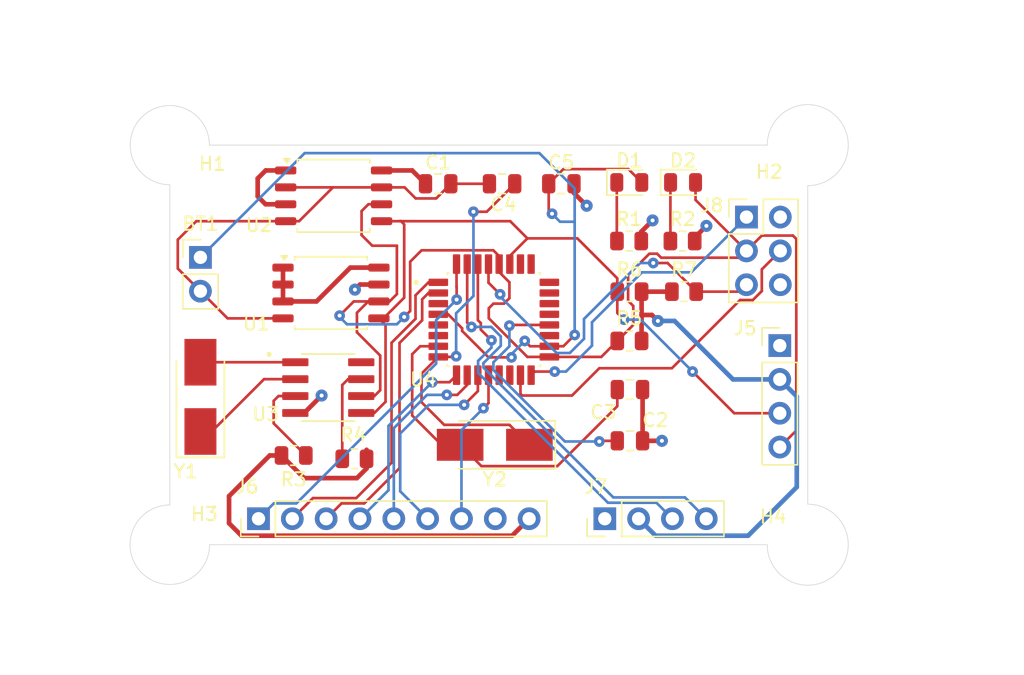
<source format=kicad_pcb>
(kicad_pcb (version 20240108) (generator "pcbnew") (generator_version "8.0")
  (title_block (title "${project_name}") (date "2024-08-12") (rev "1") (comment 1 "2-Layer PCB version"))
  (layers (0 "F.Cu" mixed) (31 "B.Cu" mixed) (34 "B.Paste" user) (35 "F.Paste" user) (36 "B.SilkS" user "B.Silkscreen") (37 "F.SilkS" user "F.Silkscreen") (38 "B.Mask" user) (39 "F.Mask" user) (44 "Edge.Cuts" user))
  (property "project_name" "MCU Datalogger with memory and clock")
  (net 0 "")
  (net 1 "Net-(BT1-+)")
  (net 2 "GND")
  (net 3 "/Vcc")
  (net 4 "Net-(U4-AREF)")
  (net 5 "Net-(U4-PB6)")
  (net 6 "Net-(U4-PB7)")
  (net 7 "Net-(D1-K)")
  (net 8 "/SCK")
  (net 9 "Net-(D2-K)")
  (net 10 "/SDA")
  (net 11 "/D2")
  (net 12 "/D7")
  (net 13 "/D8")
  (net 14 "/D6")
  (net 15 "/D3")
  (net 16 "/D4")
  (net 17 "/D5")
  (net 18 "/TX")
  (net 19 "/RX")
  (net 20 "/RESET")
  (net 21 "/MISO")
  (net 22 "/MOSI")
  (net 23 "Net-(U3-~{INTA})")
  (net 24 "Net-(U3-SQW{slash}~INT)")
  (net 25 "Net-(U3-X1)")
  (net 26 "Net-(U3-X2)")
  (footprint "Connector_PinHeader_2.54mm:PinHeader_1x04_P2.54mm_Vertical" (layer "F.Cu") (at 183.86 123.65 90)
    (property "Reference" "J7" (at 2.4 -0.66 180) (layer "F.SilkS"))
    (property "Value" "Conn_01x04_Pin")
    (pad "1" thru_hole rect (at 0 0 90) (size 1.7 1.7) (drill 1) (layers "*.Cu" "*.Mask") (net 2 "GND"))
    (pad "2" thru_hole oval (at 0 2.54 90) (size 1.7 1.7) (drill 1) (layers "*.Cu" "*.Mask") (net 3 "/Vcc"))
    (pad "3" thru_hole oval (at 0 5.08 90) (size 1.7 1.7) (drill 1) (layers "*.Cu" "*.Mask") (net 19 "/RX"))
    (pad "4" thru_hole oval (at 0 7.62 90) (size 1.7 1.7) (drill 1) (layers "*.Cu" "*.Mask") (net 18 "/TX"))
  )
  (footprint "Resistor_SMD:R_0805_2012Metric" (layer "F.Cu") (at 185.7125 110.3 180)
    (property "Reference" "R5" (at 0.0125 1.7 360) (layer "F.SilkS"))
    (property "Value" "4.7K")
    (pad "1" smd roundrect (at -0.9125 0 180) (size 1.025 1.4) (layers "F.Cu" "F.Paste" "F.Mask") (roundrect_rratio 0.243902) (net 3 "/Vcc"))
    (pad "2" smd roundrect (at 0.9125 0 180) (size 1.025 1.4) (layers "F.Cu" "F.Paste" "F.Mask") (roundrect_rratio 0.243902) (net 8 "/SCK"))
  )
  (footprint "Connector_PinHeader_2.54mm:PinHeader_1x09_P2.54mm_Vertical" (layer "F.Cu") (at 157.86 123.65 90)
    (property "Reference" "J6" (at 2.4 -0.86 180) (layer "F.SilkS"))
    (property "Value" "Conn_01x09_Pin")
    (pad "1" thru_hole rect (at 0 0 90) (size 1.7 1.7) (drill 1) (layers "*.Cu" "*.Mask") (net 11 "/D2"))
    (pad "2" thru_hole oval (at 0 2.54 90) (size 1.7 1.7) (drill 1) (layers "*.Cu" "*.Mask") (net 15 "/D3"))
    (pad "3" thru_hole oval (at 0 5.08 90) (size 1.7 1.7) (drill 1) (layers "*.Cu" "*.Mask") (net 16 "/D4"))
    (pad "4" thru_hole oval (at 0 7.62 90) (size 1.7 1.7) (drill 1) (layers "*.Cu" "*.Mask") (net 17 "/D5"))
    (pad "5" thru_hole oval (at 0 10.16 90) (size 1.7 1.7) (drill 1) (layers "*.Cu" "*.Mask") (net 14 "/D6"))
    (pad "6" thru_hole oval (at 0 12.7 90) (size 1.7 1.7) (drill 1) (layers "*.Cu" "*.Mask") (net 12 "/D7"))
    (pad "7" thru_hole oval (at 0 15.24 90) (size 1.7 1.7) (drill 1) (layers "*.Cu" "*.Mask") (net 13 "/D8"))
    (pad "8" thru_hole oval (at 0 17.78 90) (size 1.7 1.7) (drill 1) (layers "*.Cu" "*.Mask") (net 2 "GND"))
    (pad "9" thru_hole oval (at 0 20.32 90) (size 1.7 1.7) (drill 1) (layers "*.Cu" "*.Mask") (net 3 "/Vcc"))
  )
  (footprint "Package_SO:SOIC-8_5.23x5.23mm_P1.27mm" (layer "F.Cu") (at 163.3 106.7)
    (property "Reference" "U1" (at -5.6 2.295 0) (layer "F.SilkS"))
    (property "Value" "24LC1025")
    (pad "1" smd roundrect (at -3.6 -1.905) (size 1.6 0.6) (layers "F.Cu" "F.Paste" "F.Mask") (net 3 "/Vcc"))
    (pad "2" smd roundrect (at -3.6 -0.635) (size 1.6 0.6) (layers "F.Cu" "F.Paste" "F.Mask") (net 3 "/Vcc"))
    (pad "3" smd roundrect (at -3.6 0.635) (size 1.6 0.6) (layers "F.Cu" "F.Paste" "F.Mask") (net 3 "/Vcc"))
    (pad "4" smd roundrect (at -3.6 1.905) (size 1.6 0.6) (layers "F.Cu" "F.Paste" "F.Mask") (net 2 "GND"))
    (pad "5" smd roundrect (at 3.6 1.905) (size 1.6 0.6) (layers "F.Cu" "F.Paste" "F.Mask") (net 10 "/SDA"))
    (pad "6" smd roundrect (at 3.6 0.635) (size 1.6 0.6) (layers "F.Cu" "F.Paste" "F.Mask") (net 8 "/SCK"))
    (pad "7" smd roundrect (at 3.6 -0.635) (size 1.6 0.6) (layers "F.Cu" "F.Paste" "F.Mask") (net 2 "GND"))
    (pad "8" smd roundrect (at 3.6 -1.905) (size 1.6 0.6) (layers "F.Cu" "F.Paste" "F.Mask") (net 3 "/Vcc"))
  )
  (footprint "Connector_PinHeader_2.54mm:PinHeader_1x04_P2.54mm_Vertical" (layer "F.Cu") (at 197 110.65)
    (property "Reference" "J5" (at -2.6 -1.3 180) (layer "F.SilkS"))
    (property "Value" "Conn_01x04_Pin")
    (pad "1" thru_hole rect (at 0 0) (size 1.7 1.7) (drill 1) (layers "*.Cu" "*.Mask") (net 2 "GND"))
    (pad "2" thru_hole oval (at 0 2.54) (size 1.7 1.7) (drill 1) (layers "*.Cu" "*.Mask") (net 3 "/Vcc"))
    (pad "3" thru_hole oval (at 0 5.08) (size 1.7 1.7) (drill 1) (layers "*.Cu" "*.Mask") (net 10 "/SDA"))
    (pad "4" thru_hole oval (at 0 7.62) (size 1.7 1.7) (drill 1) (layers "*.Cu" "*.Mask") (net 8 "/SCK"))
  )
  (footprint "Capacitor_SMD:C_0805_2012Metric" (layer "F.Cu") (at 185.75 113.95 180)
    (property "Reference" "C3" (at 2 -1.7 180) (layer "F.SilkS"))
    (property "Value" "22pF")
    (pad "1" smd roundrect (at -0.95 0 180) (size 1 1.45) (layers "F.Cu" "F.Paste" "F.Mask") (net 2 "GND"))
    (pad "2" smd roundrect (at 0.95 0 180) (size 1 1.45) (layers "F.Cu" "F.Paste" "F.Mask") (net 5 "Net-(U4-PB6)"))
  )
  (footprint "Crystal:Crystal_SMD_5032-2Pin_5.0x3.2mm_HandSoldering" (layer "F.Cu") (at 175.6 118.1 180)
    (property "Reference" "Y2" (at 0 -2.6 360) (layer "F.SilkS"))
    (property "Value" "16MHz")
    (pad "1" smd rect (at -2.6 0 180) (size 3.5 2.4) (layers "F.Cu" "F.Paste" "F.Mask") (net 6 "Net-(U4-PB7)"))
    (pad "2" smd rect (at 2.6 0 180) (size 3.5 2.4) (layers "F.Cu" "F.Paste" "F.Mask") (net 5 "Net-(U4-PB6)"))
  )
  (footprint "Resistor_SMD:R_0805_2012Metric" (layer "F.Cu") (at 185.6875 102.8)
    (property "Reference" "R1" (at 0 -1.65 360) (layer "F.SilkS"))
    (property "Value" "330")
    (pad "1" smd roundrect (at -0.9125 0) (size 1.025 1.4) (layers "F.Cu" "F.Paste" "F.Mask") (roundrect_rratio 0.243902) (net 7 "Net-(D1-K)"))
    (pad "2" smd roundrect (at 0.9125 0) (size 1.025 1.4) (layers "F.Cu" "F.Paste" "F.Mask") (roundrect_rratio 0.243902) (net 2 "GND"))
  )
  (footprint "MountingHole:MountingHole_2.1mm" (layer "F.Cu") (at 151.2 125.6)
    (property "Reference" "H3" (at 2.6 -2.3 0) (layer "F.SilkS"))
    (property "Value" "MountingHole")
    (pad "" np_thru_hole circle (at 0 0) (size 2.1 2.1) (drill 2.1) (layers "*.Cu" "*.Mask"))
  )
  (footprint "Resistor_SMD:R_0805_2012Metric" (layer "F.Cu") (at 189.8125 106.6)
    (property "Reference" "R7" (at 0 -1.65 0) (layer "F.SilkS"))
    (property "Value" "10K")
    (pad "1" smd roundrect (at -0.9125 0) (size 1.025 1.4) (layers "F.Cu" "F.Paste" "F.Mask") (roundrect_rratio 0.243902) (net 3 "/Vcc"))
    (pad "2" smd roundrect (at 0.9125 0) (size 1.025 1.4) (layers "F.Cu" "F.Paste" "F.Mask") (roundrect_rratio 0.243902) (net 20 "/RESET"))
  )
  (footprint "MountingHole:MountingHole_2.1mm" (layer "F.Cu") (at 199.1 125.6)
    (property "Reference" "H4" (at -2.6 -2.1 0) (layer "F.SilkS"))
    (property "Value" "MountingHole")
    (pad "" np_thru_hole circle (at 0 0) (size 2.1 2.1) (drill 2.1) (layers "*.Cu" "*.Mask"))
  )
  (footprint "Footprints:SOIC127P600X175-8N" (layer "F.Cu") (at 163.1 113.805)
    (property "Reference" "U3" (at -4.7 1.995 0) (layer "F.SilkS"))
    (property "Value" "DS1337S_")
    (pad "1" smd roundrect (at -2.475 -1.905) (size 1.97 0.59) (layers "F.Cu" "F.Paste" "F.Mask") (roundrect_rratio 0.125) (net 25 "Net-(U3-X1)"))
    (pad "2" smd roundrect (at -2.475 -0.635) (size 1.97 0.59) (layers "F.Cu" "F.Paste" "F.Mask") (roundrect_rratio 0.125) (net 26 "Net-(U3-X2)"))
    (pad "3" smd roundrect (at -2.475 0.635) (size 1.97 0.59) (layers "F.Cu" "F.Paste" "F.Mask") (roundrect_rratio 0.125) (net 23 "Net-(U3-~{INTA})"))
    (pad "4" smd roundrect (at -2.475 1.905) (size 1.97 0.59) (layers "F.Cu" "F.Paste" "F.Mask") (roundrect_rratio 0.125) (net 2 "GND"))
    (pad "5" smd roundrect (at 2.475 1.905) (size 1.97 0.59) (layers "F.Cu" "F.Paste" "F.Mask") (roundrect_rratio 0.125) (net 10 "/SDA"))
    (pad "6" smd roundrect (at 2.475 0.635) (size 1.97 0.59) (layers "F.Cu" "F.Paste" "F.Mask") (roundrect_rratio 0.125) (net 8 "/SCK"))
    (pad "7" smd roundrect (at 2.475 -0.635) (size 1.97 0.59) (layers "F.Cu" "F.Paste" "F.Mask") (roundrect_rratio 0.125) (net 24 "Net-(U3-SQW{slash}~INT)"))
    (pad "8" smd roundrect (at 2.475 -1.905) (size 1.97 0.59) (layers "F.Cu" "F.Paste" "F.Mask") (roundrect_rratio 0.125) (net 3 "/Vcc"))
  )
  (footprint "Resistor_SMD:R_0805_2012Metric" (layer "F.Cu") (at 189.7 102.8 180)
    (property "Reference" "R2" (at 0 1.65 360) (layer "F.SilkS"))
    (property "Value" "330")
    (pad "1" smd roundrect (at -0.9125 0 180) (size 1.025 1.4) (layers "F.Cu" "F.Paste" "F.Mask") (roundrect_rratio 0.243902) (net 2 "GND"))
    (pad "2" smd roundrect (at 0.9125 0 180) (size 1.025 1.4) (layers "F.Cu" "F.Paste" "F.Mask") (roundrect_rratio 0.243902) (net 9 "Net-(D2-K)"))
  )
  (footprint "MountingHole:MountingHole_2.1mm" (layer "F.Cu") (at 151.2 95.6)
    (property "Reference" "H1" (at 3.2 1.4 0) (layer "F.SilkS"))
    (property "Value" "MountingHole")
    (pad "" np_thru_hole circle (at 0 0) (size 2.1 2.1) (drill 2.1) (layers "*.Cu" "*.Mask"))
  )
  (footprint "Capacitor_SMD:C_0805_2012Metric" (layer "F.Cu") (at 176.15 98.5)
    (property "Reference" "C4" (at 0.1 1.55 180) (layer "F.SilkS"))
    (property "Value" "22pF")
    (pad "1" smd roundrect (at -0.95 0) (size 1 1.45) (layers "F.Cu" "F.Paste" "F.Mask") (net 2 "GND"))
    (pad "2" smd roundrect (at 0.95 0) (size 1 1.45) (layers "F.Cu" "F.Paste" "F.Mask") (net 6 "Net-(U4-PB7)"))
  )
  (footprint "Connector_PinHeader_2.54mm:PinHeader_2x03_P2.54mm_Vertical" (layer "F.Cu") (at 194.5 101)
    (property "Reference" "J8" (at -2.6 -0.875 0) (layer "F.SilkS"))
    (property "Value" "Conn_02x03_Odd_Even")
    (pad "1" thru_hole rect (at 0 0) (size 1.7 1.7) (drill 1) (layers "*.Cu" "*.Mask") (net 21 "/MISO"))
    (pad "2" thru_hole oval (at 2.54 0) (size 1.7 1.7) (drill 1) (layers "*.Cu" "*.Mask") (net 3 "/Vcc"))
    (pad "3" thru_hole oval (at 0 2.54) (size 1.7 1.7) (drill 1) (layers "*.Cu" "*.Mask") (net 8 "/SCK"))
    (pad "4" thru_hole oval (at 2.54 2.54) (size 1.7 1.7) (drill 1) (layers "*.Cu" "*.Mask") (net 22 "/MOSI"))
    (pad "5" thru_hole oval (at 0 5.08) (size 1.7 1.7) (drill 1) (layers "*.Cu" "*.Mask") (net 20 "/RESET"))
    (pad "6" thru_hole oval (at 2.54 5.08) (size 1.7 1.7) (drill 1) (layers "*.Cu" "*.Mask") (net 2 "GND"))
  )
  (footprint "Capacitor_SMD:C_0805_2012Metric" (layer "F.Cu") (at 171.35 98.5)
    (property "Reference" "C1" (at 0 -1.6 360) (layer "F.SilkS"))
    (property "Value" "0.1uF")
    (pad "1" smd roundrect (at -0.95 0) (size 1 1.45) (layers "F.Cu" "F.Paste" "F.Mask") (net 3 "/Vcc"))
    (pad "2" smd roundrect (at 0.95 0) (size 1 1.45) (layers "F.Cu" "F.Paste" "F.Mask") (net 2 "GND"))
  )
  (footprint "LED_SMD:LED_0805_2012Metric" (layer "F.Cu") (at 189.7375 98.4)
    (property "Reference" "D2" (at 0 -1.65 0) (layer "F.SilkS"))
    (property "Value" "LED")
    (pad "1" smd roundrect (at -0.9375 0) (size 0.975 1.4) (layers "F.Cu" "F.Paste" "F.Mask") (net 9 "Net-(D2-K)"))
    (pad "2" smd roundrect (at 0.9375 0) (size 0.975 1.4) (layers "F.Cu" "F.Paste" "F.Mask") (net 8 "/SCK"))
  )
  (footprint "MountingHole:MountingHole_2.1mm" (layer "F.Cu") (at 199.1 95.6)
    (property "Reference" "H2" (at -2.9 2 0) (layer "F.SilkS"))
    (property "Value" "MountingHole")
    (pad "" np_thru_hole circle (at 0 0) (size 2.1 2.1) (drill 2.1) (layers "*.Cu" "*.Mask"))
  )
  (footprint "Resistor_SMD:R_0805_2012Metric" (layer "F.Cu") (at 160.5 118.9)
    (property "Reference" "R3" (at 0 1.8 0) (layer "F.SilkS"))
    (property "Value" "10K")
    (pad "1" smd roundrect (at -0.9125 0) (size 1.025 1.4) (layers "F.Cu" "F.Paste" "F.Mask") (roundrect_rratio 0.243902) (net 3 "/Vcc"))
    (pad "2" smd roundrect (at 0.9125 0) (size 1.025 1.4) (layers "F.Cu" "F.Paste" "F.Mask") (roundrect_rratio 0.243902) (net 23 "Net-(U3-~{INTA})"))
  )
  (footprint "Footprints:QFP80P900X900X120-32N" (layer "F.Cu") (at 175.53 108.7)
    (property "Reference" "U4" (at -5.3 4.5 0) (layer "F.SilkS"))
    (property "Value" "ATMEGA328P-AU")
    (pad "1" smd roundrect (at -4.17 -2.8) (size 1.47 0.55) (layers "F.Cu" "F.Paste" "F.Mask") (roundrect_rratio 0.125) (net 15 "/D3"))
    (pad "2" smd roundrect (at -4.17 -2) (size 1.47 0.55) (layers "F.Cu" "F.Paste" "F.Mask") (roundrect_rratio 0.125) (net 16 "/D4"))
    (pad "3" smd roundrect (at -4.17 -1.2) (size 1.47 0.55) (layers "F.Cu" "F.Paste" "F.Mask") (roundrect_rratio 0.125) (net 2 "GND"))
    (pad "4" smd roundrect (at -4.17 -0.4) (size 1.47 0.55) (layers "F.Cu" "F.Paste" "F.Mask") (roundrect_rratio 0.125) (net 1 "Net-(BT1-+)"))
    (pad "5" smd roundrect (at -4.17 0.4) (size 1.47 0.55) (layers "F.Cu" "F.Paste" "F.Mask") (roundrect_rratio 0.125) (net 2 "GND"))
    (pad "6" smd roundrect (at -4.17 1.2) (size 1.47 0.55) (layers "F.Cu" "F.Paste" "F.Mask") (roundrect_rratio 0.125))
    (pad "7" smd roundrect (at -4.17 2) (size 1.47 0.55) (layers "F.Cu" "F.Paste" "F.Mask") (roundrect_rratio 0.125) (net 5 "Net-(U4-PB6)"))
    (pad "8" smd roundrect (at -4.17 2.8) (size 1.47 0.55) (layers "F.Cu" "F.Paste" "F.Mask") (roundrect_rratio 0.125) (net 6 "Net-(U4-PB7)"))
    (pad "9" smd roundrect (at -2.8 4.17) (size 0.55 1.47) (layers "F.Cu" "F.Paste" "F.Mask") (roundrect_rratio 0.125) (net 17 "/D5"))
    (pad "10" smd roundrect (at -2 4.17) (size 0.55 1.47) (layers "F.Cu" "F.Paste" "F.Mask") (roundrect_rratio 0.125) (net 14 "/D6"))
    (pad "11" smd roundrect (at -1.2 4.17) (size 0.55 1.47) (layers "F.Cu" "F.Paste" "F.Mask") (roundrect_rratio 0.125) (net 12 "/D7"))
    (pad "12" smd roundrect (at -0.4 4.17) (size 0.55 1.47) (layers "F.Cu" "F.Paste" "F.Mask") (roundrect_rratio 0.125) (net 13 "/D8"))
    (pad "13" smd roundrect (at 0.4 4.17) (size 0.55 1.47) (layers "F.Cu" "F.Paste" "F.Mask") (roundrect_rratio 0.125))
    (pad "14" smd roundrect (at 1.2 4.17) (size 0.55 1.47) (layers "F.Cu" "F.Paste" "F.Mask") (roundrect_rratio 0.125))
    (pad "15" smd roundrect (at 2 4.17) (size 0.55 1.47) (layers "F.Cu" "F.Paste" "F.Mask") (roundrect_rratio 0.125) (net 22 "/MOSI"))
    (pad "16" smd roundrect (at 2.8 4.17) (size 0.55 1.47) (layers "F.Cu" "F.Paste" "F.Mask") (roundrect_rratio 0.125) (net 21 "/MISO"))
    (pad "17" smd roundrect (at 4.17 2.8) (size 1.47 0.55) (layers "F.Cu" "F.Paste" "F.Mask") (roundrect_rratio 0.125) (net 8 "/SCK"))
    (pad "18" smd roundrect (at 4.17 2) (size 1.47 0.55) (layers "F.Cu" "F.Paste" "F.Mask") (roundrect_rratio 0.125) (net 1 "Net-(BT1-+)"))
    (pad "19" smd roundrect (at 4.17 1.2) (size 1.47 0.55) (layers "F.Cu" "F.Paste" "F.Mask") (roundrect_rratio 0.125))
    (pad "20" smd roundrect (at 4.17 0.4) (size 1.47 0.55) (layers "F.Cu" "F.Paste" "F.Mask") (roundrect_rratio 0.125) (net 4 "Net-(U4-AREF)"))
    (pad "21" smd roundrect (at 4.17 -0.4) (size 1.47 0.55) (layers "F.Cu" "F.Paste" "F.Mask") (roundrect_rratio 0.125) (net 2 "GND"))
    (pad "22" smd roundrect (at 4.17 -1.2) (size 1.47 0.55) (layers "F.Cu" "F.Paste" "F.Mask") (roundrect_rratio 0.125))
    (pad "23" smd roundrect (at 4.17 -2) (size 1.47 0.55) (layers "F.Cu" "F.Paste" "F.Mask") (roundrect_rratio 0.125))
    (pad "24" smd roundrect (at 4.17 -2.8) (size 1.47 0.55) (layers "F.Cu" "F.Paste" "F.Mask") (roundrect_rratio 0.125))
    (pad "25" smd roundrect (at 2.8 -4.17) (size 0.55 1.47) (layers "F.Cu" "F.Paste" "F.Mask") (roundrect_rratio 0.125))
    (pad "26" smd roundrect (at 2 -4.17) (size 0.55 1.47) (layers "F.Cu" "F.Paste" "F.Mask") (roundrect_rratio 0.125))
    (pad "27" smd roundrect (at 1.2 -4.17) (size 0.55 1.47) (layers "F.Cu" "F.Paste" "F.Mask") (roundrect_rratio 0.125) (net 10 "/SDA"))
    (pad "28" smd roundrect (at 0.4 -4.17) (size 0.55 1.47) (layers "F.Cu" "F.Paste" "F.Mask") (roundrect_rratio 0.125) (net 8 "/SCK"))
    (pad "29" smd roundrect (at -0.4 -4.17) (size 0.55 1.47) (layers "F.Cu" "F.Paste" "F.Mask") (roundrect_rratio 0.125) (net 20 "/RESET"))
    (pad "30" smd roundrect (at -1.2 -4.17) (size 0.55 1.47) (layers "F.Cu" "F.Paste" "F.Mask") (roundrect_rratio 0.125) (net 19 "/RX"))
    (pad "31" smd roundrect (at -2 -4.17) (size 0.55 1.47) (layers "F.Cu" "F.Paste" "F.Mask") (roundrect_rratio 0.125) (net 18 "/TX"))
    (pad "32" smd roundrect (at -2.8 -4.17) (size 0.55 1.47) (layers "F.Cu" "F.Paste" "F.Mask") (roundrect_rratio 0.125) (net 11 "/D2"))
  )
  (footprint "LED_SMD:LED_0805_2012Metric" (layer "F.Cu") (at 185.7 98.4)
    (property "Reference" "D1" (at 0 -1.65 0) (layer "F.SilkS"))
    (property "Value" "LED")
    (pad "1" smd roundrect (at -0.9375 0) (size 0.975 1.4) (layers "F.Cu" "F.Paste" "F.Mask") (net 7 "Net-(D1-K)"))
    (pad "2" smd roundrect (at 0.9375 0) (size 0.975 1.4) (layers "F.Cu" "F.Paste" "F.Mask") (net 1 "Net-(BT1-+)"))
  )
  (footprint "Capacitor_SMD:C_0805_2012Metric" (layer "F.Cu") (at 185.75 117.8 180)
    (property "Reference" "C2" (at -1.9 1.55 360) (layer "F.SilkS"))
    (property "Value" "0.1uF")
    (pad "1" smd roundrect (at -0.95 0 180) (size 1 1.45) (layers "F.Cu" "F.Paste" "F.Mask") (net 2 "GND"))
    (pad "2" smd roundrect (at 0.95 0 180) (size 1 1.45) (layers "F.Cu" "F.Paste" "F.Mask") (net 4 "Net-(U4-AREF)"))
  )
  (footprint "Package_SO:SOIC-8_5.23x5.23mm_P1.27mm" (layer "F.Cu") (at 163.5 99.405)
    (property "Reference" "U2" (at -5.6 2.2 0) (layer "F.SilkS"))
    (property "Value" "24LC1025")
    (pad "1" smd roundrect (at -3.6 -1.905) (size 1.6 0.6) (layers "F.Cu" "F.Paste" "F.Mask") (net 3 "/Vcc"))
    (pad "2" smd roundrect (at -3.6 -0.635) (size 1.6 0.6) (layers "F.Cu" "F.Paste" "F.Mask") (net 2 "GND"))
    (pad "3" smd roundrect (at -3.6 0.635) (size 1.6 0.6) (layers "F.Cu" "F.Paste" "F.Mask") (net 3 "/Vcc"))
    (pad "4" smd roundrect (at -3.6 1.905) (size 1.6 0.6) (layers "F.Cu" "F.Paste" "F.Mask") (net 2 "GND"))
    (pad "5" smd roundrect (at 3.6 1.905) (size 1.6 0.6) (layers "F.Cu" "F.Paste" "F.Mask") (net 10 "/SDA"))
    (pad "6" smd roundrect (at 3.6 0.635) (size 1.6 0.6) (layers "F.Cu" "F.Paste" "F.Mask") (net 8 "/SCK"))
    (pad "7" smd roundrect (at 3.6 -0.635) (size 1.6 0.6) (layers "F.Cu" "F.Paste" "F.Mask") (net 2 "GND"))
    (pad "8" smd roundrect (at 3.6 -1.905) (size 1.6 0.6) (layers "F.Cu" "F.Paste" "F.Mask") (net 3 "/Vcc"))
  )
  (footprint "Connector_PinHeader_2.54mm:PinHeader_1x02_P2.54mm_Vertical" (layer "F.Cu") (at 153.5 104.025)
    (property "Reference" "BT1" (at 0 -2.525 360) (layer "F.SilkS"))
    (property "Value" "Battery")
    (pad "1" thru_hole rect (at 0 0) (size 1.7 1.7) (drill 1) (layers "*.Cu" "*.Mask") (net 1 "Net-(BT1-+)"))
    (pad "2" thru_hole oval (at 0 2.54) (size 1.7 1.7) (drill 1) (layers "*.Cu" "*.Mask") (net 2 "GND"))
  )
  (footprint "Resistor_SMD:R_0805_2012Metric" (layer "F.Cu") (at 165.0625 119.15 180)
    (property "Reference" "R4" (at 0.0875 1.8 360) (layer "F.SilkS"))
    (property "Value" "10K")
    (pad "1" smd roundrect (at -0.9125 0 180) (size 1.025 1.4) (layers "F.Cu" "F.Paste" "F.Mask") (roundrect_rratio 0.243902) (net 3 "/Vcc"))
    (pad "2" smd roundrect (at 0.9125 0 180) (size 1.025 1.4) (layers "F.Cu" "F.Paste" "F.Mask") (roundrect_rratio 0.243902) (net 24 "Net-(U3-SQW{slash}~INT)"))
  )
  (footprint "Resistor_SMD:R_0805_2012Metric" (layer "F.Cu") (at 185.7125 106.6 180)
    (property "Reference" "R6" (at 0 1.65 0) (layer "F.SilkS"))
    (property "Value" "4.7K")
    (pad "1" smd roundrect (at -0.9125 0 180) (size 1.025 1.4) (layers "F.Cu" "F.Paste" "F.Mask") (roundrect_rratio 0.243902) (net 3 "/Vcc"))
    (pad "2" smd roundrect (at 0.9125 0 180) (size 1.025 1.4) (layers "F.Cu" "F.Paste" "F.Mask") (roundrect_rratio 0.243902) (net 10 "/SDA"))
  )
  (footprint "Crystal:Crystal_SMD_5032-2Pin_5.0x3.2mm_HandSoldering" (layer "F.Cu") (at 153.5 114.5 90)
    (property "Reference" "Y1" (at -5.6 -1.1 180) (layer "F.SilkS"))
    (property "Value" "32.768 KHz")
    (pad "1" smd rect (at -2.6 0 90) (size 3.5 2.4) (layers "F.Cu" "F.Paste" "F.Mask") (net 26 "Net-(U3-X2)"))
    (pad "2" smd rect (at 2.6 0 90) (size 3.5 2.4) (layers "F.Cu" "F.Paste" "F.Mask") (net 25 "Net-(U3-X1)"))
  )
  (footprint "Capacitor_SMD:C_0805_2012Metric" (layer "F.Cu") (at 180.6 98.5)
    (property "Reference" "C5" (at 0 -1.6 0) (layer "F.SilkS"))
    (property "Value" "100nF")
    (pad "1" smd roundrect (at -0.95 0) (size 1 1.45) (layers "F.Cu" "F.Paste" "F.Mask") (net 1 "Net-(BT1-+)"))
    (pad "2" smd roundrect (at 0.95 0) (size 1 1.45) (layers "F.Cu" "F.Paste" "F.Mask") (net 2 "GND"))
  )
  (gr_line (start 154.183286 125.6) (end 196.058619 125.6) (stroke (width 0.05)) (layer "Edge.Cuts"))
  (gr_arc (start 154.183286 125.6) (mid 149.090498 127.709502) (end 151.2 122.616714) (stroke (width 0.05)) (layer "Edge.Cuts"))
  (gr_arc (start 199.1 122.558619) (mid 201.250581 127.750581) (end 196.058619 125.6) (stroke (width 0.05)) (layer "Edge.Cuts"))
  (gr_arc (start 196.058619 95.6) (mid 201.250581 93.449419) (end 199.1 98.641381) (stroke (width 0.05)) (layer "Edge.Cuts"))
  (gr_line (start 151.2 98.573213) (end 151.2 122.616714) (stroke (width 0.05)) (layer "Edge.Cuts"))
  (gr_arc (start 151.2 98.573213) (mid 149.097621 93.497621) (end 154.173213 95.6) (stroke (width 0.05)) (layer "Edge.Cuts"))
  (gr_line (start 199.1 122.558619) (end 199.1 98.641381) (stroke (width 0.05)) (layer "Edge.Cuts"))
  (gr_line (start 196.058619 95.6) (end 154.173213 95.6) (stroke (width 0.05)) (layer "Edge.Cuts"))
  (segment (start 179.65 98.5) (end 180.75 97.4) (width 0.2) (layer "F.Cu") (net 1))
  (segment (start 179.65 98.5) (end 179.65 100.5) (width 0.2) (layer "F.Cu") (net 1))
  (segment (start 175.135 111.535) (end 176.854949 111.535) (width 0.2) (layer "F.Cu") (net 1))
  (segment (start 172.095 108.3) (end 173.15 109.355) (width 0.2) (layer "F.Cu") (net 1))
  (segment (start 173.15 109.355) (end 173.15 109.55) (width 0.2) (layer "F.Cu") (net 1))
  (segment (start 185.6375 97.4) (end 186.6375 98.4) (width 0.2) (layer "F.Cu") (net 1))
  (segment (start 171.36 108.3) (end 172.095 108.3) (width 0.2) (layer "F.Cu") (net 1))
  (segment (start 178.25 110.7) (end 179.7 110.7) (width 0.2) (layer "F.Cu") (net 1))
  (segment (start 179.65 100.5) (end 179.9 100.75) (width 0.2) (layer "F.Cu") (net 1))
  (segment (start 180.75 110.7) (end 179.7 110.7) (width 0.2) (layer "F.Cu") (net 1))
  (segment (start 180.75 97.4) (end 185.6375 97.4) (width 0.2) (layer "F.Cu") (net 1))
  (segment (start 177.85 110.3) (end 178.25 110.7) (width 0.2) (layer "F.Cu") (net 1))
  (segment (start 173.15 109.55) (end 175.135 111.535) (width 0.2) (layer "F.Cu") (net 1))
  (segment (start 181.6 109.85) (end 180.75 110.7) (width 0.2) (layer "F.Cu") (net 1))
  (via (at 179.9 100.75) (size 0.8) (drill 0.3) (layers "F.Cu" "B.Cu") (net 1))
  (via (at 177.85 110.3) (size 0.8) (drill 0.3) (layers "F.Cu" "B.Cu") (net 1))
  (via (at 176.854949 111.535) (size 0.8) (drill 0.3) (layers "F.Cu" "B.Cu") (net 1))
  (via (at 181.6 109.85) (size 0.8) (drill 0.3) (layers "F.Cu" "B.Cu") (net 1))
  (segment (start 161.325 96.2) (end 178.95 96.2) (width 0.2) (layer "B.Cu") (net 1))
  (segment (start 179.9 100.75) (end 180.5 101.35) (width 0.2) (layer "B.Cu") (net 1))
  (segment (start 181.6 101.35) (end 181.6 109.85) (width 0.2) (layer "B.Cu") (net 1))
  (segment (start 180.5 101.35) (end 181.6 101.35) (width 0.2) (layer "B.Cu") (net 1))
  (segment (start 181.6 98.85) (end 181.6 101.35) (width 0.2) (layer "B.Cu") (net 1))
  (segment (start 176.854949 111.295051) (end 177.85 110.3) (width 0.2) (layer "B.Cu") (net 1))
  (segment (start 178.95 96.2) (end 181.6 98.85) (width 0.2) (layer "B.Cu") (net 1))
  (segment (start 176.854949 111.535) (end 176.854949 111.295051) (width 0.2) (layer "B.Cu") (net 1))
  (segment (start 153.5 104.025) (end 161.325 96.2) (width 0.2) (layer "B.Cu") (net 1))
  (segment (start 159.9 101.31) (end 153.19 101.31) (width 0.2) (layer "F.Cu") (net 2))
  (segment (start 165.485 106.065) (end 165.1 106.45) (width 0.35) (layer "F.Cu") (net 2))
  (segment (start 151.8 102.7) (end 151.8 104.865) (width 0.2) (layer "F.Cu") (net 2))
  (segment (start 197 106.12) (end 197.04 106.08) (width 0.35) (layer "F.Cu") (net 2))
  (segment (start 167.1 98.77) (end 163.45 98.77) (width 0.2) (layer "F.Cu") (net 2))
  (segment (start 186.6 102.1) (end 187.45 101.25) (width 0.35) (layer "F.Cu") (net 2))
  (segment (start 190.6125 102.5375) (end 191.489314 101.660686) (width 0.35) (layer "F.Cu") (net 2))
  (segment (start 186.6 102.8) (end 186.6 102.1) (width 0.35) (layer "F.Cu") (net 2))
  (segment (start 186.6 102.45) (end 186.6 102.8) (width 0.35) (layer "F.Cu") (net 2))
  (segment (start 155.54 108.605) (end 153.5 106.565) (width 0.2) (layer "F.Cu") (net 2))
  (segment (start 159.9 101.31) (end 160.91 101.31) (width 0.2) (layer "F.Cu") (net 2))
  (segment (start 163.45 98.77) (end 159.9 98.77) (width 0.2) (layer "F.Cu") (net 2))
  (segment (start 169.661262 99.6) (end 171.2 99.6) (width 0.2) (layer "F.Cu") (net 2))
  (segment (start 186.7 113.95) (end 186.7 117.8) (width 0.35) (layer "F.Cu") (net 2))
  (segment (start 160.91 101.31) (end 163.45 98.77) (width 0.2) (layer "F.Cu") (net 2))
  (segment (start 161.29 115.71) (end 160.625 115.71) (width 0.35) (layer "F.Cu") (net 2))
  (segment (start 162.6 114.4) (end 161.29 115.71) (width 0.35) (layer "F.Cu") (net 2))
  (segment (start 186.7 117.8) (end 188.15 117.8) (width 0.35) (layer "F.Cu") (net 2))
  (segment (start 171.2 99.6) (end 172.3 98.5) (width 0.2) (layer "F.Cu") (net 2))
  (segment (start 167.1 98.77) (end 168.831262 98.77) (width 0.2) (layer "F.Cu") (net 2))
  (segment (start 181.55 98.5) (end 181.55 99.2) (width 0.35) (layer "F.Cu") (net 2))
  (segment (start 168.831262 98.77) (end 169.661262 99.6) (width 0.2) (layer "F.Cu") (net 2))
  (segment (start 166.9 106.065) (end 165.485 106.065) (width 0.35) (layer "F.Cu") (net 2))
  (segment (start 153.19 101.31) (end 151.8 102.7) (width 0.2) (layer "F.Cu") (net 2))
  (segment (start 190.6125 102.8) (end 190.6125 102.5375) (width 0.35) (layer "F.Cu") (net 2))
  (segment (start 159.7 108.605) (end 155.54 108.605) (width 0.2) (layer "F.Cu") (net 2))
  (segment (start 181.55 99.2) (end 182.5 100.15) (width 0.35) (layer "F.Cu") (net 2))
  (segment (start 172.3 98.5) (end 175.2 98.5) (width 0.2) (layer "F.Cu") (net 2))
  (segment (start 151.8 104.865) (end 153.5 106.565) (width 0.2) (layer "F.Cu") (net 2))
  (via (at 182.5 100.15) (size 0.9) (drill 0.3) (layers "F.Cu" "B.Cu") (net 2))
  (via (at 165.1 106.45) (size 0.9) (drill 0.3) (layers "F.Cu" "B.Cu") (net 2))
  (via (at 162.6 114.4) (size 0.9) (drill 0.3) (layers "F.Cu" "B.Cu") (net 2))
  (via (at 188.15 117.8) (size 0.9) (drill 0.3) (layers "F.Cu" "B.Cu") (net 2))
  (via (at 187.45 101.25) (size 0.9) (drill 0.3) (layers "F.Cu" "B.Cu") (net 2))
  (via (at 191.489314 101.660686) (size 0.9) (drill 0.3) (layers "F.Cu" "B.Cu") (net 2))
  (segment (start 178.18 123.65) (end 176.905 124.925) (width 0.35) (layer "F.Cu") (net 3))
  (segment (start 186.625 108.35) (end 186.625 106.6) (width 0.35) (layer "F.Cu") (net 3))
  (segment (start 158.7 118.9) (end 159.5875 118.9) (width 0.35) (layer "F.Cu") (net 3))
  (segment (start 188.9 106.6) (end 186.625 106.6) (width 0.35) (layer "F.Cu") (net 3))
  (segment (start 167.1 97.5) (end 169.4 97.5) (width 0.35) (layer "F.Cu") (net 3))
  (segment (start 162.215 107.335) (end 164.755 104.795) (width 0.35) (layer "F.Cu") (net 3))
  (segment (start 159.7 107.335) (end 159.7 106.065) (width 0.35) (layer "F.Cu") (net 3))
  (segment (start 165.975 119.875) (end 165.975 119.15) (width 0.35) (layer "F.Cu") (net 3))
  (segment (start 162.8 120.6) (end 165.25 120.6) (width 0.35) (layer "F.Cu") (net 3))
  (segment (start 157.8 99.45) (end 158.39 100.04) (width 0.35) (layer "F.Cu") (net 3))
  (segment (start 158.4 97.5) (end 157.8 98.1) (width 0.35) (layer "F.Cu") (net 3))
  (segment (start 164.755 104.795) (end 166.9 104.795) (width 0.35) (layer "F.Cu") (net 3))
  (segment (start 165.25 120.6) (end 165.975 119.875) (width 0.35) (layer "F.Cu") (net 3))
  (segment (start 155.65 121.95) (end 158.7 118.9) (width 0.35) (layer "F.Cu") (net 3))
  (segment (start 159.7 106.065) (end 159.7 104.795) (width 0.35) (layer "F.Cu") (net 3))
  (segment (start 165.975 119.15) (end 165.975 118.475) (width 0.35) (layer "F.Cu") (net 3))
  (segment (start 157.8 98.1) (end 157.8 99.45) (width 0.35) (layer "F.Cu") (net 3))
  (segment (start 156.585 124.925) (end 155.65 123.99) (width 0.35) (layer "F.Cu") (net 3))
  (segment (start 161.2875 120.6) (end 162.8 120.6) (width 0.35) (layer "F.Cu") (net 3))
  (segment (start 186.625 108.35) (end 187.4 108.35) (width 0.35) (layer "F.Cu") (net 3))
  (segment (start 158.39 100.04) (end 159.9 100.04) (width 0.35) (layer "F.Cu") (net 3))
  (segment (start 176.905 124.925) (end 156.585 124.925) (width 0.35) (layer "F.Cu") (net 3))
  (segment (start 186.625 110.3) (end 186.625 108.35) (width 0.35) (layer "F.Cu") (net 3))
  (segment (start 159.9 97.5) (end 158.4 97.5) (width 0.35) (layer "F.Cu") (net 3))
  (segment (start 159.7 107.335) (end 162.215 107.335) (width 0.35) (layer "F.Cu") (net 3))
  (segment (start 187.4 108.35) (end 187.85 108.8) (width 0.35) (layer "F.Cu") (net 3))
  (segment (start 159.5875 118.9) (end 161.2875 120.6) (width 0.35) (layer "F.Cu") (net 3))
  (segment (start 169.4 97.5) (end 170.4 98.5) (width 0.35) (layer "F.Cu") (net 3))
  (segment (start 155.65 123.99) (end 155.65 121.95) (width 0.35) (layer "F.Cu") (net 3))
  (via (at 187.85 108.8) (size 0.9) (drill 0.3) (layers "F.Cu" "B.Cu") (net 3))
  (segment (start 196.86 113.19) (end 197 113.19) (width 0.35) (layer "B.Cu") (net 3))
  (segment (start 187.675 124.925) (end 194.625 124.925) (width 0.35) (layer "B.Cu") (net 3))
  (segment (start 187.85 108.8) (end 189.1 108.8) (width 0.35) (layer "B.Cu") (net 3))
  (segment (start 186.4 123.65) (end 187.675 124.925) (width 0.35) (layer "B.Cu") (net 3))
  (segment (start 194.625 124.925) (end 198.275 121.275) (width 0.35) (layer "B.Cu") (net 3))
  (segment (start 189.1 108.8) (end 193.49 113.19) (width 0.35) (layer "B.Cu") (net 3))
  (segment (start 193.49 113.19) (end 197 113.19) (width 0.35) (layer "B.Cu") (net 3))
  (segment (start 198.275 121.275) (end 198.275 114.465) (width 0.35) (layer "B.Cu") (net 3))
  (segment (start 198.275 114.465) (end 197 113.19) (width 0.35) (layer "B.Cu") (net 3))
  (segment (start 183.5 117.8) (end 183.45 117.85) (width 0.2) (layer "F.Cu") (net 4))
  (segment (start 176.75 109.1) (end 179.7 109.1) (width 0.2) (layer "F.Cu") (net 4))
  (segment (start 176.7 109.15) (end 176.75 109.1) (width 0.2) (layer "F.Cu") (net 4))
  (segment (start 184.8 117.8) (end 183.5 117.8) (width 0.2) (layer "F.Cu") (net 4))
  (via (at 183.45 117.85) (size 0.8) (drill 0.3) (layers "F.Cu" "B.Cu") (net 4))
  (via (at 176.7 109.15) (size 0.8) (drill 0.3) (layers "F.Cu" "B.Cu") (net 4))
  (segment (start 180.865686 117.85) (end 183.45 117.85) (width 0.2) (layer "B.Cu") (net 4))
  (segment (start 176.7 110.7) (end 175.5 111.9) (width 0.2) (layer "B.Cu") (net 4))
  (segment (start 175.5 112.484314) (end 180.865686 117.85) (width 0.2) (layer "B.Cu") (net 4))
  (segment (start 175.5 111.9) (end 175.5 112.484314) (width 0.2) (layer "B.Cu") (net 4))
  (segment (start 176.7 109.15) (end 176.7 110.7) (width 0.2) (layer "B.Cu") (net 4))
  (segment (start 169.4 115.9) (end 169.4 111.3) (width 0.2) (layer "F.Cu") (net 5))
  (segment (start 170 110.7) (end 171.36 110.7) (width 0.2) (layer "F.Cu") (net 5))
  (segment (start 180.3 119.7) (end 184.8 115.2) (width 0.2) (layer "F.Cu") (net 5))
  (segment (start 171.6 118.1) (end 169.4 115.9) (width 0.2) (layer "F.Cu") (net 5))
  (segment (start 173 118.1) (end 171.6 118.1) (width 0.2) (layer "F.Cu") (net 5))
  (segment (start 174.6 119.7) (end 180.3 119.7) (width 0.2) (layer "F.Cu") (net 5))
  (segment (start 184.8 115.2) (end 184.8 113.95) (width 0.2) (layer "F.Cu") (net 5))
  (segment (start 169.4 111.3) (end 170 110.7) (width 0.2) (layer "F.Cu") (net 5))
  (segment (start 173 118.1) (end 174.6 119.7) (width 0.2) (layer "F.Cu") (net 5))
  (segment (start 171.36 111.5) (end 172.65 111.5) (width 0.2) (layer "F.Cu") (net 6))
  (segment (start 170.1 112.76) (end 170.1 114.9) (width 0.2) (layer "F.Cu") (net 6))
  (segment (start 174 100.6) (end 175 100.6) (width 0.2) (layer "F.Cu") (net 6))
  (segment (start 176.7 116.6) (end 178.2 118.1) (width 0.2) (layer "F.Cu") (net 6))
  (segment (start 170.1 114.9) (end 171.8 116.6) (width 0.2) (layer "F.Cu") (net 6))
  (segment (start 171.8 116.6) (end 176.7 116.6) (width 0.2) (layer "F.Cu") (net 6))
  (segment (start 171.36 111.5) (end 170.1 112.76) (width 0.2) (layer "F.Cu") (net 6))
  (segment (start 172.65 111.5) (end 172.7 111.45) (width 0.2) (layer "F.Cu") (net 6))
  (segment (start 175 100.6) (end 177.1 98.5) (width 0.2) (layer "F.Cu") (net 6))
  (via (at 174 100.6) (size 0.8) (drill 0.3) (layers "F.Cu" "B.Cu") (net 6))
  (via (at 172.7 111.45) (size 0.8) (drill 0.3) (layers "F.Cu" "B.Cu") (net 6))
  (segment (start 172.7 111.45) (end 172.7 108.22539) (width 0.2) (layer "B.Cu") (net 6))
  (segment (start 174 106.92539) (end 174 100.6) (width 0.2) (layer "B.Cu") (net 6))
  (segment (start 172.7 108.22539) (end 174 106.92539) (width 0.2) (layer "B.Cu") (net 6))
  (segment (start 184.7625 98.4) (end 184.7625 102.7875) (width 0.2) (layer "F.Cu") (net 7))
  (segment (start 184.775 98.4125) (end 184.7625 98.4) (width 0.2) (layer "F.Cu") (net 7))
  (segment (start 184.7625 102.7875) (end 184.775 102.8) (width 0.2) (layer "F.Cu") (net 7))
  (segment (start 175.93 105.125896) (end 176.7 105.895896) (width 0.2) (layer "F.Cu") (net 8))
  (segment (start 168.8 108.5) (end 169.25 108.05) (width 0.2) (layer "F.Cu") (net 8))
  (segment (start 166.9 107.335) (end 167.699999 107.335) (width 0.2) (layer "F.Cu") (net 8))
  (segment (start 175.15 107.85) (end 175.15 108.6) (width 0.2) (layer "F.Cu") (net 8))
  (segment (start 169.25 108.05) (end 169.25 104.35) (width 0.2) (layer "F.Cu") (net 8))
  (segment (start 167.699999 107.335) (end 168.25 106.784999) (width 0.2) (layer "F.Cu") (net 8))
  (segment (start 190.675 99.715) (end 194.5 103.54) (width 0.2) (layer "F.Cu") (net 8))
  (segment (start 176.7 107.08995) (end 176.28995 107.5) (width 0.2) (layer "F.Cu") (net 8))
  (segment (start 176.7 105.895896) (end 176.7 107.08995) (width 0.2) (layer "F.Cu") (net 8))
  (segment (start 197.99 102.39) (end 195.65 102.39) (width 0.2) (layer "F.Cu") (net 8))
  (segment (start 187.21005 103.75) (end 185.6125 105.34755) (width 0.2) (layer "F.Cu") (net 8))
  (segment (start 188.08995 104.05) (end 187.78995 103.75) (width 0.2) (layer "F.Cu") (net 8))
  (segment (start 165.6 100.55) (end 166.11 100.04) (width 0.2) (layer "F.Cu") (net 8))
  (segment (start 169.25 104.35) (end 170.105 103.495) (width 0.2) (layer "F.Cu") (net 8))
  (segment (start 175.490896 103.495) (end 175.93 103.934104) (width 0.2) (layer "F.Cu") (net 8))
  (segment (start 175.5 107.5) (end 175.15 107.85) (width 0.2) (layer "F.Cu") (net 8))
  (segment (start 198.24 117.03) (end 198.24 102.64) (width 0.2) (layer "F.Cu") (net 8))
  (segment (start 175.93 103.934104) (end 175.93 104.53) (width 0.2) (layer "F.Cu") (net 8))
  (segment (start 167 114) (end 167 111.4) (width 0.2) (layer "F.Cu") (net 8))
  (segment (start 194.5 103.54) (end 193.99 104.05) (width 0.2) (layer "F.Cu") (net 8))
  (segment (start 165.015 107.335) (end 166.100001 107.335) (width 0.2) (layer "F.Cu") (net 8))
  (segment (start 195.65 102.39) (end 194.5 103.54) (width 0.2) (layer "F.Cu") (net 8))
  (segment (start 165.6 102.35) (end 165.6 100.55) (width 0.2) (layer "F.Cu") (net 8))
  (segment (start 170.105 103.495) (end 175.490896 103.495) (width 0.2) (layer "F.Cu") (net 8))
  (segment (start 163.95 108.4) (end 165.015 107.335) (width 0.2) (layer "F.Cu") (net 8))
  (segment (start 184.8 110.3) (end 183.6 111.5) (width 0.2) (layer "F.Cu") (net 8))
  (segment (start 185.6125 105.34755) (end 185.6125 107.284744) (width 0.2) (layer "F.Cu") (net 8))
  (segment (start 186 107.672244) (end 186 109.1) (width 0.2) (layer "F.Cu") (net 8))
  (segment (start 178.05 111.5) (end 179.7 111.5) (width 0.2) (layer "F.Cu") (net 8))
  (segment (start 198.24 102.64) (end 197.99 102.39) (width 0.2) (layer "F.Cu") (net 8))
  (segment (start 193.99 104.05) (end 188.08995 104.05) (width 0.2) (layer "F.Cu") (net 8))
  (segment (start 168.25 103.15) (end 166.4 103.15) (width 0.2) (layer "F.Cu") (net 8))
  (segment (start 165.25 109.65) (end 165.25 108.185001) (width 0.2) (layer "F.Cu") (net 8))
  (segment (start 165.575 114.44) (end 166.56 114.44) (width 0.2) (layer "F.Cu") (net 8))
  (segment (start 186 109.1) (end 184.8 110.3) (width 0.2) (layer "F.Cu") (net 8))
  (segment (start 166.100001 107.335) (end 166.9 107.335) (width 0.2) (layer "F.Cu") (net 8))
  (segment (start 168.25 106.784999) (end 168.25 103.15) (width 0.2) (layer "F.Cu") (net 8))
  (segment (start 176.28995 107.5) (end 175.5 107.5) (width 0.2) (layer "F.Cu") (net 8))
  (segment (start 185.6125 107.284744) (end 186 107.672244) (width 0.2) (layer "F.Cu") (net 8))
  (segment (start 166.56 114.44) (end 167 114) (width 0.2) (layer "F.Cu") (net 8))
  (segment (start 166.11 100.04) (end 167.1 100.04) (width 0.2) (layer "F.Cu") (net 8))
  (segment (start 166.4 103.15) (end 165.6 102.35) (width 0.2) (layer "F.Cu") (net 8))
  (segment (start 183.6 111.5) (end 179.7 111.5) (width 0.2) (layer "F.Cu") (net 8))
  (segment (start 167 111.4) (end 165.25 109.65) (width 0.2) (layer "F.Cu") (net 8))
  (segment (start 197 118.27) (end 198.24 117.03) (width 0.2) (layer "F.Cu") (net 8))
  (segment (start 187.78995 103.75) (end 187.21005 103.75) (width 0.2) (layer "F.Cu") (net 8))
  (segment (start 175.15 108.6) (end 178.05 111.5) (width 0.2) (layer "F.Cu") (net 8))
  (segment (start 165.25 108.185001) (end 166.100001 107.335) (width 0.2) (layer "F.Cu") (net 8))
  (segment (start 175.93 104.53) (end 175.93 105.125896) (width 0.2) (layer "F.Cu") (net 8))
  (segment (start 190.675 98.4) (end 190.675 99.715) (width 0.2) (layer "F.Cu") (net 8))
  (via (at 168.8 108.5) (size 0.8) (drill 0.3) (layers "F.Cu" "B.Cu") (net 8))
  (via (at 163.95 108.4) (size 0.8) (drill 0.3) (layers "F.Cu" "B.Cu") (net 8))
  (segment (start 163.95 108.5) (end 163.95 108.4) (width 0.2) (layer "B.Cu") (net 8))
  (segment (start 168.25 109.05) (end 164.5 109.05) (width 0.2) (layer "B.Cu") (net 8))
  (segment (start 168.8 108.5) (end 168.25 109.05) (width 0.2) (layer "B.Cu") (net 8))
  (segment (start 164.5 109.05) (end 163.95 108.5) (width 0.2) (layer "B.Cu") (net 8))
  (segment (start 188.7875 102.8) (end 188.7875 98.4125) (width 0.2) (layer "F.Cu") (net 9))
  (segment (start 188.8 102.7875) (end 188.7875 102.8) (width 0.2) (layer "F.Cu") (net 9))
  (segment (start 188.7875 98.4125) (end 188.8 98.4) (width 0.2) (layer "F.Cu") (net 9))
  (segment (start 168.56 101.31) (end 168.45 101.31) (width 0.2) (layer "F.Cu") (net 10))
  (segment (start 166.9 108.605) (end 167.245 108.605) (width 0.2) (layer "F.Cu") (net 10))
  (segment (start 184.8 108.2) (end 184.8 106.6) (width 0.2) (layer "F.Cu") (net 10))
  (segment (start 166.56 115.71) (end 167.4 114.87) (width 0.2) (layer "F.Cu") (net 10))
  (segment (start 178.05 102.6) (end 176.73 103.92) (width 0.2) (layer "F.Cu") (net 10))
  (segment (start 197 115.73) (end 193.58 115.73) (width 0.2) (layer "F.Cu") (net 10))
  (segment (start 168.45 101.31) (end 167.1 101.31) (width 0.2) (layer "F.Cu") (net 10))
  (segment (start 185.3 108.7) (end 184.8 108.2) (width 0.2) (layer "F.Cu") (net 10))
  (segment (start 168.8 107.05) (end 168.8 101.55) (width 0.2) (layer "F.Cu") (net 10))
  (segment (start 176.73 103.92) (end 176.73 104.53) (width 0.2) (layer "F.Cu") (net 10))
  (segment (start 193.58 115.73) (end 190.45 112.6) (width 0.2) (layer "F.Cu") (net 10))
  (segment (start 168.8 101.55) (end 168.56 101.31) (width 0.2) (layer "F.Cu") (net 10))
  (segment (start 168.45 101.31) (end 176.76 101.31) (width 0.2) (layer "F.Cu") (net 10))
  (segment (start 176.76 101.31) (end 178.05 102.6) (width 0.2) (layer "F.Cu") (net 10))
  (segment (start 184.8 106.6) (end 184.8 105.6) (width 0.2) (layer "F.Cu") (net 10))
  (segment (start 167.4 114.87) (end 167.4 109.105) (width 0.2) (layer "F.Cu") (net 10))
  (segment (start 181.8 102.6) (end 178.05 102.6) (width 0.2) (layer "F.Cu") (net 10))
  (segment (start 165.575 115.71) (end 166.56 115.71) (width 0.2) (layer "F.Cu") (net 10))
  (segment (start 167.4 109.105) (end 166.9 108.605) (width 0.2) (layer "F.Cu") (net 10))
  (segment (start 184.8 105.6) (end 181.8 102.6) (width 0.2) (layer "F.Cu") (net 10))
  (segment (start 167.245 108.605) (end 168.8 107.05) (width 0.2) (layer "F.Cu") (net 10))
  (via (at 190.45 112.6) (size 0.8) (drill 0.3) (layers "F.Cu" "B.Cu") (net 10))
  (via (at 185.3 108.7) (size 0.8) (drill 0.3) (layers "F.Cu" "B.Cu") (net 10))
  (segment (start 186.55 108.7) (end 185.3 108.7) (width 0.2) (layer "B.Cu") (net 10))
  (segment (start 190.45 112.6) (end 186.55 108.7) (width 0.2) (layer "B.Cu") (net 10))
  (segment (start 172.738706 107.196734) (end 172.738706 106.228706) (width 0.2) (layer "F.Cu") (net 11))
  (segment (start 172.73 106.22) (end 172.73 104.53) (width 0.2) (layer "F.Cu") (net 11))
  (segment (start 172.738706 106.228706) (end 172.73 106.22) (width 0.2) (layer "F.Cu") (net 11))
  (via (at 172.738706 107.196734) (size 0.8) (drill 0.3) (layers "F.Cu" "B.Cu") (net 11))
  (segment (start 171.2 108.73544) (end 171.2 112) (width 0.2) (layer "B.Cu") (net 11))
  (segment (start 171.2 112) (end 160.7 122.5) (width 0.2) (layer "B.Cu") (net 11))
  (segment (start 160.7 122.5) (end 159.01 122.5) (width 0.2) (layer "B.Cu") (net 11))
  (segment (start 159.01 122.5) (end 157.86 123.65) (width 0.2) (layer "B.Cu") (net 11))
  (segment (start 172.738706 107.196734) (end 171.2 108.73544) (width 0.2) (layer "B.Cu") (net 11))
  (segment (start 174.33 114.07) (end 174.33 112.87) (width 0.2) (layer "F.Cu") (net 12))
  (segment (start 173.3 115.1) (end 174.33 114.07) (width 0.2) (layer "F.Cu") (net 12))
  (via (at 173.3 115.1) (size 0.8) (drill 0.3) (layers "F.Cu" "B.Cu") (net 12))
  (segment (start 173.3 115.1) (end 170.65 115.1) (width 0.2) (layer "B.Cu") (net 12))
  (segment (start 168.5 117.25) (end 168.5 121.59) (width 0.2) (layer "B.Cu") (net 12))
  (segment (start 168.5 121.59) (end 170.56 123.65) (width 0.2) (layer "B.Cu") (net 12))
  (segment (start 170.65 115.1) (end 168.5 117.25) (width 0.2) (layer "B.Cu") (net 12))
  (segment (start 175.13 114.97) (end 175.13 112.87) (width 0.2) (layer "F.Cu") (net 13))
  (segment (start 174.75 115.35) (end 175.13 114.97) (width 0.2) (layer "F.Cu") (net 13))
  (via (at 174.75 115.35) (size 0.8) (drill 0.3) (layers "F.Cu" "B.Cu") (net 13))
  (segment (start 174.75 115.35) (end 173.1 117) (width 0.2) (layer "B.Cu") (net 13))
  (segment (start 173.1 117) (end 173.1 123.65) (width 0.2) (layer "B.Cu") (net 13))
  (segment (start 173.53 113.605) (end 173.53 112.87) (width 0.2) (layer "F.Cu") (net 14))
  (segment (start 172 114.35) (end 172.785 114.35) (width 0.2) (layer "F.Cu") (net 14))
  (segment (start 172.785 114.35) (end 173.53 113.605) (width 0.2) (layer "F.Cu") (net 14))
  (via (at 172 114.35) (size 0.8) (drill 0.3) (layers "F.Cu" "B.Cu") (net 14))
  (segment (start 170.515686 114.35) (end 172 114.35) (width 0.2) (layer "B.Cu") (net 14))
  (segment (start 168.02 116.845686) (end 170.207843 114.657843) (width 0.2) (layer "B.Cu") (net 14))
  (segment (start 170.207843 114.657843) (end 170.515686 114.35) (width 0.2) (layer "B.Cu") (net 14))
  (segment (start 168.02 123.65) (end 168.02 116.845686) (width 0.2) (layer "B.Cu") (net 14))
  (segment (start 169.65 106.875) (end 170.625 105.9) (width 0.2) (layer "F.Cu") (net 15))
  (segment (start 167.85 110.43995) (end 169.65 108.63995) (width 0.2) (layer "F.Cu") (net 15))
  (segment (start 160.4 123.65) (end 161.95 122.1) (width 0.2) (layer "F.Cu") (net 15))
  (segment (start 169.65 108.63995) (end 169.65 106.875) (width 0.2) (layer "F.Cu") (net 15))
  (segment (start 161.95 122.1) (end 165.2 122.1) (width 0.2) (layer "F.Cu") (net 15))
  (segment (start 165.2 122.1) (end 167.85 119.45) (width 0.2) (layer "F.Cu") (net 15))
  (segment (start 167.85 119.45) (end 167.85 110.43995) (width 0.2) (layer "F.Cu") (net 15))
  (segment (start 170.625 105.9) (end 171.36 105.9) (width 0.2) (layer "F.Cu") (net 15))
  (segment (start 162.94 123.65) (end 164.09 122.5) (width 0.2) (layer "F.Cu") (net 16))
  (segment (start 164.09 122.5) (end 165.8 122.5) (width 0.2) (layer "F.Cu") (net 16))
  (segment (start 170.15 107.175) (end 170.625 106.7) (width 0.2) (layer "F.Cu") (net 16))
  (segment (start 170.625 106.7) (end 171.36 106.7) (width 0.2) (layer "F.Cu") (net 16))
  (segment (start 165.8 122.5) (end 168.45 119.85) (width 0.2) (layer "F.Cu") (net 16))
  (segment (start 168.45 119.85) (end 168.45 110.45) (width 0.2) (layer "F.Cu") (net 16))
  (segment (start 168.45 110.45) (end 170.15 108.75) (width 0.2) (layer "F.Cu") (net 16))
  (segment (start 170.15 108.75) (end 170.15 107.175) (width 0.2) (layer "F.Cu") (net 16))
  (segment (start 172.2 113.4) (end 172.73 112.87) (width 0.2) (layer "F.Cu") (net 17))
  (segment (start 170.9 113.4) (end 172.2 113.4) (width 0.2) (layer "F.Cu") (net 17))
  (via (at 170.9 113.4) (size 0.8) (drill 0.3) (layers "F.Cu" "B.Cu") (net 17))
  (segment (start 165.48 123.65) (end 167.62 121.51) (width 0.2) (layer "B.Cu") (net 17))
  (segment (start 167.62 121.51) (end 167.62 116.68) (width 0.2) (layer "B.Cu") (net 17))
  (segment (start 167.62 116.68) (end 170.9 113.4) (width 0.2) (layer "B.Cu") (net 17))
  (segment (start 173.85 109.25) (end 173.53 108.93) (width 0.2) (layer "F.Cu") (net 18))
  (segment (start 173.53 108.93) (end 173.53 104.53) (width 0.2) (layer "F.Cu") (net 18))
  (via (at 173.85 109.25) (size 0.8) (drill 0.3) (layers "F.Cu" "B.Cu") (net 18))
  (segment (start 176.05 109.96005) (end 176.05 110.665686) (width 0.2) (layer "B.Cu") (net 18))
  (segment (start 175.33995 109.25) (end 176.05 109.96005) (width 0.2) (layer "B.Cu") (net 18))
  (segment (start 173.85 109.25) (end 175.33995 109.25) (width 0.2) (layer "B.Cu") (net 18))
  (segment (start 174.75 111.965686) (end 174.75 112.3) (width 0.2) (layer "B.Cu") (net 18))
  (segment (start 189.88 122.05) (end 191.48 123.65) (width 0.2) (layer "B.Cu") (net 18))
  (segment (start 184.5 122.05) (end 189.88 122.05) (width 0.2) (layer "B.Cu") (net 18))
  (segment (start 176.05 110.665686) (end 174.75 111.965686) (width 0.2) (layer "B.Cu") (net 18))
  (segment (start 174.75 112.3) (end 184.5 122.05) (width 0.2) (layer "B.Cu") (net 18))
  (segment (start 174.33 108.74005) (end 174.33 104.53) (width 0.2) (layer "F.Cu") (net 19))
  (segment (start 174.55 109.45) (end 174.55 108.96005) (width 0.2) (layer "F.Cu") (net 19))
  (segment (start 175.35 110.25) (end 174.55 109.45) (width 0.2) (layer "F.Cu") (net 19))
  (segment (start 174.55 108.96005) (end 174.33 108.74005) (width 0.2) (layer "F.Cu") (net 19))
  (via (at 175.35 110.25) (size 0.8) (drill 0.3) (layers "F.Cu" "B.Cu") (net 19))
  (segment (start 174.35 112.7) (end 184.1 122.45) (width 0.2) (layer "B.Cu") (net 19))
  (segment (start 175.35 110.25) (end 175.35 110.8) (width 0.2) (layer "B.Cu") (net 19))
  (segment (start 187.74 122.45) (end 188.94 123.65) (width 0.2) (layer "B.Cu") (net 19))
  (segment (start 174.35 111.8) (end 174.35 112.7) (width 0.2) (layer "B.Cu") (net 19))
  (segment (start 184.1 122.45) (end 187.74 122.45) (width 0.2) (layer "B.Cu") (net 19))
  (segment (start 175.35 110.8) (end 174.35 111.8) (width 0.2) (layer "B.Cu") (net 19))
  (segment (start 175.13 105.93) (end 175.13 104.53) (width 0.2) (layer "F.Cu") (net 20))
  (segment (start 193.98 106.6) (end 194.5 106.08) (width 0.2) (layer "F.Cu") (net 20))
  (segment (start 188.575 104.45) (end 187.5 104.45) (width 0.2) (layer "F.Cu") (net 20))
  (segment (start 176 106.8) (end 175.13 105.93) (width 0.2) (layer "F.Cu") (net 20))
  (segment (start 190.725 106.6) (end 188.575 104.45) (width 0.2) (layer "F.Cu") (net 20))
  (segment (start 190.725 106.6) (end 193.98 106.6) (width 0.2) (layer "F.Cu") (net 20))
  (via (at 176 106.8) (size 0.8) (drill 0.3) (layers "F.Cu" "B.Cu") (net 20))
  (via (at 187.5 104.45) (size 0.8) (drill 0.3) (layers "F.Cu" "B.Cu") (net 20))
  (segment (start 176 106.96005) (end 180.247793 111.207843) (width 0.2) (layer "B.Cu") (net 20))
  (segment (start 182.3 108.65) (end 186.5 104.45) (width 0.2) (layer "B.Cu") (net 20))
  (segment (start 181.232107 111.207843) (end 182.3 110.13995) (width 0.2) (layer "B.Cu") (net 20))
  (segment (start 176 106.8) (end 176 106.96005) (width 0.2) (layer "B.Cu") (net 20))
  (segment (start 180.247793 111.207843) (end 181.232107 111.207843) (width 0.2) (layer "B.Cu") (net 20))
  (segment (start 186.5 104.45) (end 187.5 104.45) (width 0.2) (layer "B.Cu") (net 20))
  (segment (start 182.3 110.13995) (end 182.3 108.65) (width 0.2) (layer "B.Cu") (net 20))
  (segment (start 178.6 112.6) (end 178.33 112.87) (width 0.2) (layer "F.Cu") (net 21))
  (segment (start 180.1 112.6) (end 178.6 112.6) (width 0.2) (layer "F.Cu") (net 21))
  (via (at 180.1 112.6) (size 0.8) (drill 0.3) (layers "F.Cu" "B.Cu") (net 21))
  (segment (start 194.5 101) (end 190.35 105.15) (width 0.2) (layer "B.Cu") (net 21))
  (segment (start 182.9 110.65) (end 180.95 112.6) (width 0.2) (layer "B.Cu") (net 21))
  (segment (start 186.65 105.15) (end 182.9 108.9) (width 0.2) (layer "B.Cu") (net 21))
  (segment (start 190.35 105.15) (end 186.65 105.15) (width 0.2) (layer "B.Cu") (net 21))
  (segment (start 182.9 108.9) (end 182.9 110.65) (width 0.2) (layer "B.Cu") (net 21))
  (segment (start 180.95 112.6) (end 180.1 112.6) (width 0.2) (layer "B.Cu") (net 21))
  (segment (start 197.04 103.54) (end 195.65 104.93) (width 0.2) (layer "F.Cu") (net 22))
  (segment (start 194.02 107.23) (end 188.9 112.35) (width 0.2) (layer "F.Cu") (net 22))
  (segment (start 188.9 112.35) (end 183.45 112.35) (width 0.2) (layer "F.Cu") (net 22))
  (segment (start 177.65 114.4) (end 177.53 114.28) (width 0.2) (layer "F.Cu") (net 22))
  (segment (start 181.4 114.4) (end 177.65 114.4) (width 0.2) (layer "F.Cu") (net 22))
  (segment (start 183.45 112.35) (end 181.4 114.4) (width 0.2) (layer "F.Cu") (net 22))
  (segment (start 195.65 104.93) (end 195.65 106.556346) (width 0.2) (layer "F.Cu") (net 22))
  (segment (start 177.53 114.28) (end 177.53 112.87) (width 0.2) (layer "F.Cu") (net 22))
  (segment (start 194.976346 107.23) (end 194.02 107.23) (width 0.2) (layer "F.Cu") (net 22))
  (segment (start 195.65 106.556346) (end 194.976346 107.23) (width 0.2) (layer "F.Cu") (net 22))
  (segment (start 161.4125 118.9) (end 159 116.4875) (width 0.2) (layer "F.Cu") (net 23))
  (segment (start 159 116.4875) (end 159 114.8) (width 0.2) (layer "F.Cu") (net 23))
  (segment (start 159 114.8) (end 159.36 114.44) (width 0.2) (layer "F.Cu") (net 23))
  (segment (start 159.36 114.44) (end 160.625 114.44) (width 0.2) (layer "F.Cu") (net 23))
  (segment (start 164.15 119.15) (end 164.15 113.61) (width 0.2) (layer "F.Cu") (net 24))
  (segment (start 164.15 113.61) (end 164.59 113.17) (width 0.2) (layer "F.Cu") (net 24))
  (segment (start 164.59 113.17) (end 165.575 113.17) (width 0.2) (layer "F.Cu") (net 24))
  (segment (start 153.5 111.9) (end 160.625 111.9) (width 0.2) (layer "F.Cu") (net 25))
  (segment (start 153.5 117.1) (end 154.35 117.1) (width 0.2) (layer "F.Cu") (net 26))
  (segment (start 158.28 113.17) (end 160.625 113.17) (width 0.2) (layer "F.Cu") (net 26))
  (segment (start 154.35 117.1) (end 158.28 113.17) (width 0.2) (layer "F.Cu") (net 26))
)
</source>
